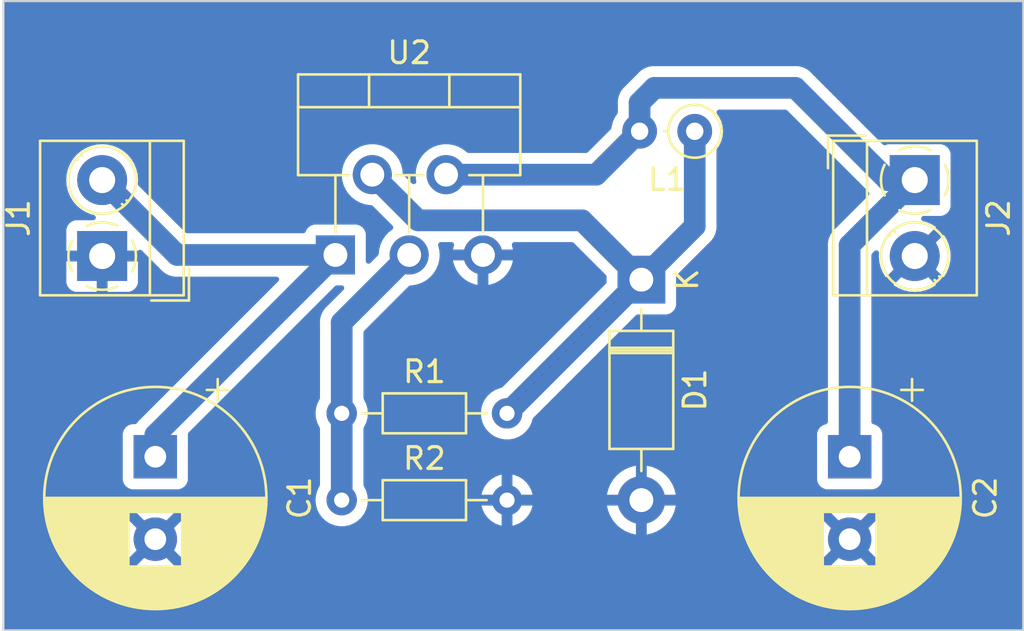
<source format=kicad_pcb>
(kicad_pcb (version 20221018) (generator pcbnew)
  (layers (0 "F.Cu" signal) (31 "B.Cu" signal) (34 "B.Paste" user) (35 "F.Paste" user) (36 "B.SilkS" user "B.Silkscreen") (37 "F.SilkS" user "F.Silkscreen") (38 "B.Mask" user) (39 "F.Mask" user) (44 "Edge.Cuts" user))
  (net 0 "")
  (net 1 "Net-(J1-Pin_2)")
  (net 2 "GND")
  (net 3 "Net-(J2-Pin_1)")
  (net 4 "Net-(D1-K)")
  (net 5 "Net-(U2-GND)")
  (footprint "Diode_THT:D_DO-41_SOD81_P10.16mm_Horizontal" (layer "F.Cu") (at 159.4 91.84 -90)
    (fp_text reference "D1" (at 5.08 -2.47 90) (layer "F.SilkS"))
    (fp_text value "1N5817")
    (fp_text user "K" (at 0 -2.1 90) (layer "F.SilkS"))
    (fp_line (start 1.34 0) (end 2.36 0) (stroke (width 0.12)) (layer "F.SilkS"))
    (fp_line (start 2.36 -1.47) (end 2.36 1.47) (stroke (width 0.12)) (layer "F.SilkS"))
    (fp_line (start 2.36 1.47) (end 7.8 1.47) (stroke (width 0.12)) (layer "F.SilkS"))
    (fp_line (start 3.14 -1.47) (end 3.14 1.47) (stroke (width 0.12)) (layer "F.SilkS"))
    (fp_line (start 3.26 -1.47) (end 3.26 1.47) (stroke (width 0.12)) (layer "F.SilkS"))
    (fp_line (start 3.38 -1.47) (end 3.38 1.47) (stroke (width 0.12)) (layer "F.SilkS"))
    (fp_line (start 7.8 -1.47) (end 2.36 -1.47) (stroke (width 0.12)) (layer "F.SilkS"))
    (fp_line (start 7.8 1.47) (end 7.8 -1.47) (stroke (width 0.12)) (layer "F.SilkS"))
    (fp_line (start 8.82 0) (end 7.8 0) (stroke (width 0.12)) (layer "F.SilkS"))
    (pad "1" thru_hole rect (at 0 0 270) (size 2.2 2.2) (drill 1.1) (layers "*.Cu" "*.Mask") (net 4 "Net-(D1-K)"))
    (pad "2" thru_hole oval (at 10.16 0 270) (size 2.2 2.2) (drill 1.1) (layers "*.Cu" "*.Mask") (net 2 "GND"))
  )
  (footprint "TerminalBlock_MetzConnect:TerminalBlock_MetzConnect_Type059_RT06302HBWC_1x02_P3.50mm_Horizontal" (layer "F.Cu") (at 134.55 90.75 90)
    (fp_text reference "J1" (at 1.75 -3.86 90) (layer "F.SilkS"))
    (fp_text value "Screw_Terminal_01x02")
    (fp_line (start -2.05 2.26) (end -2.05 4) (stroke (width 0.12)) (layer "F.SilkS"))
    (fp_line (start -2.05 4) (end -0.55 4) (stroke (width 0.12)) (layer "F.SilkS"))
    (fp_line (start -1.81 -2.86) (end -1.81 3.76) (stroke (width 0.12)) (layer "F.SilkS"))
    (fp_line (start -1.81 -2.86) (end 5.31 -2.86) (stroke (width 0.12)) (layer "F.SilkS"))
    (fp_line (start -1.81 2.2) (end 5.31 2.2) (stroke (width 0.12)) (layer "F.SilkS"))
    (fp_line (start -1.81 3.76) (end 5.31 3.76) (stroke (width 0.12)) (layer "F.SilkS"))
    (fp_line (start 2.397 0.914) (end 2.321 0.99) (stroke (width 0.12)) (layer "F.SilkS"))
    (fp_line (start 2.565 1.125) (end 2.511 1.18) (stroke (width 0.12)) (layer "F.SilkS"))
    (fp_line (start 4.49 -1.18) (end 4.436 -1.126) (stroke (width 0.12)) (layer "F.SilkS"))
    (fp_line (start 4.68 -0.99) (end 4.604 -0.914) (stroke (width 0.12)) (layer "F.SilkS"))
    (fp_line (start 5.31 -2.86) (end 5.31 3.76) (stroke (width 0.12)) (layer "F.SilkS"))
    (fp_arc (start -1.386645 0.705733) (mid -1.555906 -0.000711) (end -1.386 -0.707) (stroke (width 0.12)) (layer "F.SilkS"))
    (fp_arc (start -0.705733 -1.386645) (mid 0.000711 -1.555906) (end 0.707 -1.386) (stroke (width 0.12)) (layer "F.SilkS"))
    (fp_arc (start 0.026444 1.555682) (mid -0.350695 1.515869) (end -0.707 1.386) (stroke (width 0.12)) (layer "F.SilkS"))
    (fp_arc (start 0.705955 1.385515) (mid 0.363007 1.512035) (end 0 1.555) (stroke (width 0.12)) (layer "F.SilkS"))
    (fp_arc (start 1.386645 -0.705733) (mid 1.555906 0.000711) (end 1.386 0.707) (stroke (width 0.12)) (layer "F.SilkS"))
    (fp_circle (center 3.5 0) (end 5.055 0) (stroke (width 0.12)) (fill none) (layer "F.SilkS"))
    (pad "1" thru_hole rect (at 0 0 90) (size 2.3 2.3) (drill 1.2) (layers "*.Cu" "*.Mask") (net 2 "GND"))
    (pad "2" thru_hole circle (at 3.5 0 90) (size 2.3 2.3) (drill 1.2) (layers "*.Cu" "*.Mask") (net 1 "Net-(J1-Pin_2)"))
  )
  (footprint "Inductor_THT:L_Axial_L5.3mm_D2.2mm_P2.54mm_Vertical_Vishay_IM-1" (layer "F.Cu") (at 161.86 85 180)
    (fp_text reference "L1" (at 1.27 -2.22) (layer "F.SilkS"))
    (fp_text value "L")
    (fp_line (start 1.22 0) (end 1.44 0) (stroke (width 0.12)) (layer "F.SilkS"))
    (fp_circle (center 0 0) (end 1.22 0) (stroke (width 0.12)) (fill none) (layer "F.SilkS"))
    (pad "1" thru_hole circle (at 0 0 180) (size 1.6 1.6) (drill 0.8) (layers "*.Cu" "*.Mask") (net 4 "Net-(D1-K)"))
    (pad "2" thru_hole oval (at 2.54 0 180) (size 1.6 1.6) (drill 0.8) (layers "*.Cu" "*.Mask") (net 3 "Net-(J2-Pin_1)"))
  )
  (footprint "Resistor_THT:R_Axial_DIN0204_L3.6mm_D1.6mm_P7.62mm_Horizontal" (layer "F.Cu") (at 145.59 98)
    (fp_text reference "R1" (at 3.81 -1.92) (layer "F.SilkS"))
    (fp_text value "R")
    (fp_line (start 0.94 0) (end 1.89 0) (stroke (width 0.12)) (layer "F.SilkS"))
    (fp_line (start 1.89 -0.92) (end 1.89 0.92) (stroke (width 0.12)) (layer "F.SilkS"))
    (fp_line (start 1.89 0.92) (end 5.73 0.92) (stroke (width 0.12)) (layer "F.SilkS"))
    (fp_line (start 5.73 -0.92) (end 1.89 -0.92) (stroke (width 0.12)) (layer "F.SilkS"))
    (fp_line (start 5.73 0.92) (end 5.73 -0.92) (stroke (width 0.12)) (layer "F.SilkS"))
    (fp_line (start 6.68 0) (end 5.73 0) (stroke (width 0.12)) (layer "F.SilkS"))
    (pad "1" thru_hole circle (at 0 0) (size 1.4 1.4) (drill 0.7) (layers "*.Cu" "*.Mask") (net 5 "Net-(U2-GND)"))
    (pad "2" thru_hole oval (at 7.62 0) (size 1.4 1.4) (drill 0.7) (layers "*.Cu" "*.Mask") (net 4 "Net-(D1-K)"))
  )
  (footprint "Capacitor_THT:CP_Radial_D10.0mm_P3.80mm" (layer "F.Cu") (at 169 100 -90)
    (fp_text reference "C2" (at 1.9 -6.25 90) (layer "F.SilkS"))
    (fp_text value "C_Polarized")
    (fp_line (start -3.579646 -2.875) (end -2.579646 -2.875) (stroke (width 0.12)) (layer "F.SilkS"))
    (fp_line (start -3.079646 -3.375) (end -3.079646 -2.375) (stroke (width 0.12)) (layer "F.SilkS"))
    (fp_line (start 1.9 -5.08) (end 1.9 5.08) (stroke (width 0.12)) (layer "F.SilkS"))
    (fp_line (start 1.94 -5.08) (end 1.94 5.08) (stroke (width 0.12)) (layer "F.SilkS"))
    (fp_line (start 1.98 -5.08) (end 1.98 5.08) (stroke (width 0.12)) (layer "F.SilkS"))
    (fp_line (start 2.02 -5.079) (end 2.02 5.079) (stroke (width 0.12)) (layer "F.SilkS"))
    (fp_line (start 2.06 -5.078) (end 2.06 5.078) (stroke (width 0.12)) (layer "F.SilkS"))
    (fp_line (start 2.1 -5.077) (end 2.1 5.077) (stroke (width 0.12)) (layer "F.SilkS"))
    (fp_line (start 2.14 -5.075) (end 2.14 5.075) (stroke (width 0.12)) (layer "F.SilkS"))
    (fp_line (start 2.18 -5.073) (end 2.18 5.073) (stroke (width 0.12)) (layer "F.SilkS"))
    (fp_line (start 2.22 -5.07) (end 2.22 5.07) (stroke (width 0.12)) (layer "F.SilkS"))
    (fp_line (start 2.26 -5.068) (end 2.26 5.068) (stroke (width 0.12)) (layer "F.SilkS"))
    (fp_line (start 2.3 -5.065) (end 2.3 5.065) (stroke (width 0.12)) (layer "F.SilkS"))
    (fp_line (start 2.34 -5.062) (end 2.34 5.062) (stroke (width 0.12)) (layer "F.SilkS"))
    (fp_line (start 2.38 -5.058) (end 2.38 5.058) (stroke (width 0.12)) (layer "F.SilkS"))
    (fp_line (start 2.42 -5.054) (end 2.42 5.054) (stroke (width 0.12)) (layer "F.SilkS"))
    (fp_line (start 2.46 -5.05) (end 2.46 5.05) (stroke (width 0.12)) (layer "F.SilkS"))
    (fp_line (start 2.5 -5.045) (end 2.5 5.045) (stroke (width 0.12)) (layer "F.SilkS"))
    (fp_line (start 2.54 -5.04) (end 2.54 5.04) (stroke (width 0.12)) (layer "F.SilkS"))
    (fp_line (start 2.58 -5.035) (end 2.58 -1.241) (stroke (width 0.12)) (layer "F.SilkS"))
    (fp_line (start 2.58 1.241) (end 2.58 5.035) (stroke (width 0.12)) (layer "F.SilkS"))
    (fp_line (start 2.621 -5.03) (end 2.621 -1.241) (stroke (width 0.12)) (layer "F.SilkS"))
    (fp_line (start 2.621 1.241) (end 2.621 5.03) (stroke (width 0.12)) (layer "F.SilkS"))
    (fp_line (start 2.661 -5.024) (end 2.661 -1.241) (stroke (width 0.12)) (layer "F.SilkS"))
    (fp_line (start 2.661 1.241) (end 2.661 5.024) (stroke (width 0.12)) (layer "F.SilkS"))
    (fp_line (start 2.701 -5.018) (end 2.701 -1.241) (stroke (width 0.12)) (layer "F.SilkS"))
    (fp_line (start 2.701 1.241) (end 2.701 5.018) (stroke (width 0.12)) (layer "F.SilkS"))
    (fp_line (start 2.741 -5.011) (end 2.741 -1.241) (stroke (width 0.12)) (layer "F.SilkS"))
    (fp_line (start 2.741 1.241) (end 2.741 5.011) (stroke (width 0.12)) (layer "F.SilkS"))
    (fp_line (start 2.781 -5.004) (end 2.781 -1.241) (stroke (width 0.12)) (layer "F.SilkS"))
    (fp_line (start 2.781 1.241) (end 2.781 5.004) (stroke (width 0.12)) (layer "F.SilkS"))
    (fp_line (start 2.821 -4.997) (end 2.821 -1.241) (stroke (width 0.12)) (layer "F.SilkS"))
    (fp_line (start 2.821 1.241) (end 2.821 4.997) (stroke (width 0.12)) (layer "F.SilkS"))
    (fp_line (start 2.861 -4.99) (end 2.861 -1.241) (stroke (width 0.12)) (layer "F.SilkS"))
    (fp_line (start 2.861 1.241) (end 2.861 4.99) (stroke (width 0.12)) (layer "F.SilkS"))
    (fp_line (start 2.901 -4.982) (end 2.901 -1.241) (stroke (width 0.12)) (layer "F.SilkS"))
    (fp_line (start 2.901 1.241) (end 2.901 4.982) (stroke (width 0.12)) (layer "F.SilkS"))
    (fp_line (start 2.941 -4.974) (end 2.941 -1.241) (stroke (width 0.12)) (layer "F.SilkS"))
    (fp_line (start 2.941 1.241) (end 2.941 4.974) (stroke (width 0.12)) (layer "F.SilkS"))
    (fp_line (start 2.981 -4.965) (end 2.981 -1.241) (stroke (width 0.12)) (layer "F.SilkS"))
    (fp_line (start 2.981 1.241) (end 2.981 4.965) (stroke (width 0.12)) (layer "F.SilkS"))
    (fp_line (start 3.021 -4.956) (end 3.021 -1.241) (stroke (width 0.12)) (layer "F.SilkS"))
    (fp_line (start 3.021 1.241) (end 3.021 4.956) (stroke (width 0.12)) (layer "F.SilkS"))
    (fp_line (start 3.061 -4.947) (end 3.061 -1.241) (stroke (width 0.12)) (layer "F.SilkS"))
    (fp_line (start 3.061 1.241) (end 3.061 4.947) (stroke (width 0.12)) (layer "F.SilkS"))
    (fp_line (start 3.101 -4.938) (end 3.101 -1.241) (stroke (width 0.12)) (layer "F.SilkS"))
    (fp_line (start 3.101 1.241) (end 3.101 4.938) (stroke (width 0.12)) (layer "F.SilkS"))
    (fp_line (start 3.141 -4.928) (end 3.141 -1.241) (stroke (width 0.12)) (layer "F.SilkS"))
    (fp_line (start 3.141 1.241) (end 3.141 4.928) (stroke (width 0.12)) (layer "F.SilkS"))
    (fp_line (start 3.181 -4.918) (end 3.181 -1.241) (stroke (width 0.12)) (layer "F.SilkS"))
    (fp_line (start 3.181 1.241) (end 3.181 4.918) (stroke (width 0.12)) (layer "F.SilkS"))
    (fp_line (start 3.221 -4.907) (end 3.221 -1.241) (stroke (width 0.12)) (layer "F.SilkS"))
    (fp_line (start 3.221 1.241) (end 3.221 4.907) (stroke (width 0.12)) (layer "F.SilkS"))
    (fp_line (start 3.261 -4.897) (end 3.261 -1.241) (stroke (width 0.12)) (layer "F.SilkS"))
    (fp_line (start 3.261 1.241) (end 3.261 4.897) (stroke (width 0.12)) (layer "F.SilkS"))
    (fp_line (start 3.301 -4.885) (end 3.301 -1.241) (stroke (width 0.12)) (layer "F.SilkS"))
    (fp_line (start 3.301 1.241) (end 3.301 4.885) (stroke (width 0.12)) (layer "F.SilkS"))
    (fp_line (start 3.341 -4.874) (end 3.341 -1.241) (stroke (width 0.12)) (layer "F.SilkS"))
    (fp_line (start 3.341 1.241) (end 3.341 4.874) (stroke (width 0.12)) (layer "F.SilkS"))
    (fp_line (start 3.381 -4.862) (end 3.381 -1.241) (stroke (width 0.12)) (layer "F.SilkS"))
    (fp_line (start 3.381 1.241) (end 3.381 4.862) (stroke (width 0.12)) (layer "F.SilkS"))
    (fp_line (start 3.421 -4.85) (end 3.421 -1.241) (stroke (width 0.12)) (layer "F.SilkS"))
    (fp_line (start 3.421 1.241) (end 3.421 4.85) (stroke (width 0.12)) (layer "F.SilkS"))
    (fp_line (start 3.461 -4.837) (end 3.461 -1.241) (stroke (width 0.12)) (layer "F.SilkS"))
    (fp_line (start 3.461 1.241) (end 3.461 4.837) (stroke (width 0.12)) (layer "F.SilkS"))
    (fp_line (start 3.501 -4.824) (end 3.501 -1.241) (stroke (width 0.12)) (layer "F.SilkS"))
    (fp_line (start 3.501 1.241) (end 3.501 4.824) (stroke (width 0.12)) (layer "F.SilkS"))
    (fp_line (start 3.541 -4.811) (end 3.541 -1.241) (stroke (width 0.12)) (layer "F.SilkS"))
    (fp_line (start 3.541 1.241) (end 3.541 4.811) (stroke (width 0.12)) (layer "F.SilkS"))
    (fp_line (start 3.581 -4.797) (end 3.581 -1.241) (stroke (width 0.12)) (layer "F.SilkS"))
    (fp_line (start 3.581 1.241) (end 3.581 4.797) (stroke (width 0.12)) (layer "F.SilkS"))
    (fp_line (start 3.621 -4.783) (end 3.621 -1.241) (stroke (width 0.12)) (layer "F.SilkS"))
    (fp_line (start 3.621 1.241) (end 3.621 4.783) (stroke (width 0.12)) (layer "F.SilkS"))
    (fp_line (start 3.661 -4.768) (end 3.661 -1.241) (stroke (width 0.12)) (layer "F.SilkS"))
    (fp_line (start 3.661 1.241) (end 3.661 4.768) (stroke (width 0.12)) (layer "F.SilkS"))
    (fp_line (start 3.701 -4.754) (end 3.701 -1.241) (stroke (width 0.12)) (layer "F.SilkS"))
    (fp_line (start 3.701 1.241) (end 3.701 4.754) (stroke (width 0.12)) (layer "F.SilkS"))
    (fp_line (start 3.741 -4.738) (end 3.741 -1.241) (stroke (width 0.12)) (layer "F.SilkS"))
    (fp_line (start 3.741 1.241) (end 3.741 4.738) (stroke (width 0.12)) (layer "F.SilkS"))
    (fp_line (start 3.781 -4.723) (end 3.781 -1.241) (stroke (width 0.12)) (layer "F.SilkS"))
    (fp_line (start 3.781 1.241) (end 3.781 4.723) (stroke (width 0.12)) (layer "F.SilkS"))
    (fp_line (start 3.821 -4.707) (end 3.821 -1.241) (stroke (width 0.12)) (layer "F.SilkS"))
    (fp_line (start 3.821 1.241) (end 3.821 4.707) (stroke (width 0.12)) (layer "F.SilkS"))
    (fp_line (start 3.861 -4.69) (end 3.861 -1.241) (stroke (width 0.12)) (layer "F.SilkS"))
    (fp_line (start 3.861 1.241) (end 3.861 4.69) (stroke (width 0.12)) (layer "F.SilkS"))
    (fp_line (start 3.901 -4.674) (end 3.901 -1.241) (stroke (width 0.12)) (layer "F.SilkS"))
    (fp_line (start 3.901 1.241) (end 3.901 4.674) (stroke (width 0.12)) (layer "F.SilkS"))
    (fp_line (start 3.941 -4.657) (end 3.941 -1.241) (stroke (width 0.12)) (layer "F.SilkS"))
    (fp_line (start 3.941 1.241) (end 3.941 4.657) (stroke (width 0.12)) (layer "F.SilkS"))
    (fp_line (start 3.981 -4.639) (end 3.981 -1.241) (stroke (width 0.12)) (layer "F.SilkS"))
    (fp_line (start 3.981 1.241) (end 3.981 4.639) (stroke (width 0.12)) (layer "F.SilkS"))
    (fp_line (start 4.021 -4.621) (end 4.021 -1.241) (stroke (width 0.12)) (layer "F.SilkS"))
    (fp_line (start 4.021 1.241) (end 4.021 4.621) (stroke (width 0.12)) (layer "F.SilkS"))
    (fp_line (start 4.061 -4.603) (end 4.061 -1.241) (stroke (width 0.12)) (layer "F.SilkS"))
    (fp_line (start 4.061 1.241) (end 4.061 4.603) (stroke (width 0.12)) (layer "F.SilkS"))
    (fp_line (start 4.101 -4.584) (end 4.101 -1.241) (stroke (width 0.12)) (layer "F.SilkS"))
    (fp_line (start 4.101 1.241) (end 4.101 4.584) (stroke (width 0.12)) (layer "F.SilkS"))
    (fp_line (start 4.141 -4.564) (end 4.141 -1.241) (stroke (width 0.12)) (layer "F.SilkS"))
    (fp_line (start 4.141 1.241) (end 4.141 4.564) (stroke (width 0.12)) (layer "F.SilkS"))
    (fp_line (start 4.181 -4.545) (end 4.181 -1.241) (stroke (width 0.12)) (layer "F.SilkS"))
    (fp_line (start 4.181 1.241) (end 4.181 4.545) (stroke (width 0.12)) (layer "F.SilkS"))
    (fp_line (start 4.221 -4.525) (end 4.221 -1.241) (stroke (width 0.12)) (layer "F.SilkS"))
    (fp_line (start 4.221 1.241) (end 4.221 4.525) (stroke (width 0.12)) (layer "F.SilkS"))
    (fp_line (start 4.261 -4.504) (end 4.261 -1.241) (stroke (width 0.12)) (layer "F.SilkS"))
    (fp_line (start 4.261 1.241) (end 4.261 4.504) (stroke (width 0.12)) (layer "F.SilkS"))
    (fp_line (start 4.301 -4.483) (end 4.301 -1.241) (stroke (width 0.12)) (layer "F.SilkS"))
    (fp_line (start 4.301 1.241) (end 4.301 4.483) (stroke (width 0.12)) (layer "F.SilkS"))
    (fp_line (start 4.341 -4.462) (end 4.341 -1.241) (stroke (width 0.12)) (layer "F.SilkS"))
    (fp_line (start 4.341 1.241) (end 4.341 4.462) (stroke (width 0.12)) (layer "F.SilkS"))
    (fp_line (start 4.381 -4.44) (end 4.381 -1.241) (stroke (width 0.12)) (layer "F.SilkS"))
    (fp_line (start 4.381 1.241) (end 4.381 4.44) (stroke (width 0.12)) (layer "F.SilkS"))
    (fp_line (start 4.421 -4.417) (end 4.421 -1.241) (stroke (width 0.12)) (layer "F.SilkS"))
    (fp_line (start 4.421 1.241) (end 4.421 4.417) (stroke (width 0.12)) (layer "F.SilkS"))
    (fp_line (start 4.461 -4.395) (end 4.461 -1.241) (stroke (width 0.12)) (layer "F.SilkS"))
    (fp_line (start 4.461 1.241) (end 4.461 4.395) (stroke (width 0.12)) (layer "F.SilkS"))
    (fp_line (start 4.501 -4.371) (end 4.501 -1.241) (stroke (width 0.12)) (layer "F.SilkS"))
    (fp_line (start 4.501 1.241) (end 4.501 4.371) (stroke (width 0.12)) (layer "F.SilkS"))
    (fp_line (start 4.541 -4.347) (end 4.541 -1.241) (stroke (width 0.12)) (layer "F.SilkS"))
    (fp_line (start 4.541 1.241) (end 4.541 4.347) (stroke (width 0.12)) (layer "F.SilkS"))
    (fp_line (start 4.581 -4.323) (end 4.581 -1.241) (stroke (width 0.12)) (layer "F.SilkS"))
    (fp_line (start 4.581 1.241) (end 4.581 4.323) (stroke (width 0.12)) (layer "F.SilkS"))
    (fp_line (start 4.621 -4.298) (end 4.621 -1.241) (stroke (width 0.12)) (layer "F.SilkS"))
    (fp_line (start 4.621 1.241) (end 4.621 4.298) (stroke (width 0.12)) (layer "F.SilkS"))
    (fp_line (start 4.661 -4.273) (end 4.661 -1.241) (stroke (width 0.12)) (layer "F.SilkS"))
    (fp_line (start 4.661 1.241) (end 4.661 4.273) (stroke (width 0.12)) (layer "F.SilkS"))
    (fp_line (start 4.701 -4.247) (end 4.701 -1.241) (stroke (width 0.12)) (layer "F.SilkS"))
    (fp_line (start 4.701 1.241) (end 4.701 4.247) (stroke (width 0.12)) (layer "F.SilkS"))
    (fp_line (start 4.741 -4.221) (end 4.741 -1.241) (stroke (width 0.12)) (layer "F.SilkS"))
    (fp_line (start 4.741 1.241) (end 4.741 4.221) (stroke (width 0.12)) (layer "F.SilkS"))
    (fp_line (start 4.781 -4.194) (end 4.781 -1.241) (stroke (width 0.12)) (layer "F.SilkS"))
    (fp_line (start 4.781 1.241) (end 4.781 4.194) (stroke (width 0.12)) (layer "F.SilkS"))
    (fp_line (start 4.821 -4.166) (end 4.821 -1.241) (stroke (width 0.12)) (layer "F.SilkS"))
    (fp_line (start 4.821 1.241) (end 4.821 4.166) (stroke (width 0.12)) (layer "F.SilkS"))
    (fp_line (start 4.861 -4.138) (end 4.861 -1.241) (stroke (width 0.12)) (layer "F.SilkS"))
    (fp_line (start 4.861 1.241) (end 4.861 4.138) (stroke (width 0.12)) (layer "F.SilkS"))
    (fp_line (start 4.901 -4.11) (end 4.901 -1.241) (stroke (width 0.12)) (layer "F.SilkS"))
    (fp_line (start 4.901 1.241) (end 4.901 4.11) (stroke (width 0.12)) (layer "F.SilkS"))
    (fp_line (start 4.941 -4.08) (end 4.941 -1.241) (stroke (width 0.12)) (layer "F.SilkS"))
    (fp_line (start 4.941 1.241) (end 4.941 4.08) (stroke (width 0.12)) (layer "F.SilkS"))
    (fp_line (start 4.981 -4.05) (end 4.981 -1.241) (stroke (width 0.12)) (layer "F.SilkS"))
    (fp_line (start 4.981 1.241) (end 4.981 4.05) (stroke (width 0.12)) (layer "F.SilkS"))
    (fp_line (start 5.021 -4.02) (end 5.021 -1.241) (stroke (width 0.12)) (layer "F.SilkS"))
    (fp_line (start 5.021 1.241) (end 5.021 4.02) (stroke (width 0.12)) (layer "F.SilkS"))
    (fp_line (start 5.061 -3.989) (end 5.061 3.989) (stroke (width 0.12)) (layer "F.SilkS"))
    (fp_line (start 5.101 -3.957) (end 5.101 3.957) (stroke (width 0.12)) (layer "F.SilkS"))
    (fp_line (start 5.141 -3.925) (end 5.141 3.925) (stroke (width 0.12)) (layer "F.SilkS"))
    (fp_line (start 5.181 -3.892) (end 5.181 3.892) (stroke (width 0.12)) (layer "F.SilkS"))
    (fp_line (start 5.221 -3.858) (end 5.221 3.858) (stroke (width 0.12)) (layer "F.SilkS"))
    (fp_line (start 5.261 -3.824) (end 5.261 3.824) (stroke (width 0.12)) (layer "F.SilkS"))
    (fp_line (start 5.301 -3.789) (end 5.301 3.789) (stroke (width 0.12)) (layer "F.SilkS"))
    (fp_line (start 5.341 -3.753) (end 5.341 3.753) (stroke (width 0.12)) (layer "F.SilkS"))
    (fp_line (start 5.381 -3.716) (end 5.381 3.716) (stroke (width 0.12)) (layer "F.SilkS"))
    (fp_line (start 5.421 -3.679) (end 5.421 3.679) (stroke (width 0.12)) (layer "F.SilkS"))
    (fp_line (start 5.461 -3.64) (end 5.461 3.64) (stroke (width 0.12)) (layer "F.SilkS"))
    (fp_line (start 5.501 -3.601) (end 5.501 3.601) (stroke (width 0.12)) (layer "F.SilkS"))
    (fp_line (start 5.541 -3.561) (end 5.541 3.561) (stroke (width 0.12)) (layer "F.SilkS"))
    (fp_line (start 5.581 -3.52) (end 5.581 3.52) (stroke (width 0.12)) (layer "F.SilkS"))
    (fp_line (start 5.621 -3.478) (end 5.621 3.478) (stroke (width 0.12)) (layer "F.SilkS"))
    (fp_line (start 5.661 -3.436) (end 5.661 3.436) (stroke (width 0.12)) (layer "F.SilkS"))
    (fp_line (start 5.701 -3.392) (end 5.701 3.392) (stroke (width 0.12)) (layer "F.SilkS"))
    (fp_line (start 5.741 -3.347) (end 5.741 3.347) (stroke (width 0.12)) (layer "F.SilkS"))
    (fp_line (start 5.781 -3.301) (end 5.781 3.301) (stroke (width 0.12)) (layer "F.SilkS"))
    (fp_line (start 5.821 -3.254) (end 5.821 3.254) (stroke (width 0.12)) (layer "F.SilkS"))
    (fp_line (start 5.861 -3.206) (end 5.861 3.206) (stroke (width 0.12)) (layer "F.SilkS"))
    (fp_line (start 5.901 -3.156) (end 5.901 3.156) (stroke (width 0.12)) (layer "F.SilkS"))
    (fp_line (start 5.941 -3.106) (end 5.941 3.106) (stroke (width 0.12)) (layer "F.SilkS"))
    (fp_line (start 5.981 -3.054) (end 5.981 3.054) (stroke (width 0.12)) (layer "F.SilkS"))
    (fp_line (start 6.021 -3) (end 6.021 3) (stroke (width 0.12)) (layer "F.SilkS"))
    (fp_line (start 6.061 -2.945) (end 6.061 2.945) (stroke (width 0.12)) (layer "F.SilkS"))
    (fp_line (start 6.101 -2.889) (end 6.101 2.889) (stroke (width 0.12)) (layer "F.SilkS"))
    (fp_line (start 6.141 -2.83) (end 6.141 2.83) (stroke (width 0.12)) (layer "F.SilkS"))
    (fp_line (start 6.181 -2.77) (end 6.181 2.77) (stroke (width 0.12)) (layer "F.SilkS"))
    (fp_line (start 6.221 -2.709) (end 6.221 2.709) (stroke (width 0.12)) (layer "F.SilkS"))
    (fp_line (start 6.261 -2.645) (end 6.261 2.645) (stroke (width 0.12)) (layer "F.SilkS"))
    (fp_line (start 6.301 -2.579) (end 6.301 2.579) (stroke (width 0.12)) (layer "F.SilkS"))
    (fp_line (start 6.341 -2.51) (end 6.341 2.51) (stroke (width 0.12)) (layer "F.SilkS"))
    (fp_line (start 6.381 -2.439) (end 6.381 2.439) (stroke (width 0.12)) (layer "F.SilkS"))
    (fp_line (start 6.421 -2.365) (end 6.421 2.365) (stroke (width 0.12)) (layer "F.SilkS"))
    (fp_line (start 6.461 -2.289) (end 6.461 2.289) (stroke (width 0.12)) (layer "F.SilkS"))
    (fp_line (start 6.501 -2.209) (end 6.501 2.209) (stroke (width 0.12)) (layer "F.SilkS"))
    (fp_line (start 6.541 -2.125) (end 6.541 2.125) (stroke (width 0.12)) (layer "F.SilkS"))
    (fp_line (start 6.581 -2.037) (end 6.581 2.037) (stroke (width 0.12)) (layer "F.SilkS"))
    (fp_line (start 6.621 -1.944) (end 6.621 1.944) (stroke (width 0.12)) (layer "F.SilkS"))
    (fp_line (start 6.661 -1.846) (end 6.661 1.846) (stroke (width 0.12)) (layer "F.SilkS"))
    (fp_line (start 6.701 -1.742) (end 6.701 1.742) (stroke (width 0.12)) (layer "F.SilkS"))
    (fp_line (start 6.741 -1.63) (end 6.741 1.63) (stroke (width 0.12)) (layer "F.SilkS"))
    (fp_line (start 6.781 -1.51) (end 6.781 1.51) (stroke (width 0.12)) (layer "F.SilkS"))
    (fp_line (start 6.821 -1.378) (end 6.821 1.378) (stroke (width 0.12)) (layer "F.SilkS"))
    (fp_line (start 6.861 -1.23) (end 6.861 1.23) (stroke (width 0.12)) (layer "F.SilkS"))
    (fp_line (start 6.901 -1.062) (end 6.901 1.062) (stroke (width 0.12)) (layer "F.SilkS"))
    (fp_line (start 6.941 -0.862) (end 6.941 0.862) (stroke (width 0.12)) (layer "F.SilkS"))
    (fp_line (start 6.981 -0.599) (end 6.981 0.599) (stroke (width 0.12)) (layer "F.SilkS"))
    (fp_circle (center 1.9 0) (end 7.02 0) (stroke (width 0.12)) (fill none) (layer "F.SilkS"))
    (pad "1" thru_hole rect (at 0 0 270) (size 2 2) (drill 1) (layers "*.Cu" "*.Mask") (net 3 "Net-(J2-Pin_1)"))
    (pad "2" thru_hole circle (at 3.8 0 270) (size 2 2) (drill 1) (layers "*.Cu" "*.Mask") (net 2 "GND"))
  )
  (footprint "Capacitor_THT:CP_Radial_D10.0mm_P3.80mm" (layer "F.Cu") (at 137 100 -90)
    (fp_text reference "C1" (at 1.9 -6.65 90) (layer "F.SilkS"))
    (fp_text value "C_Polarized")
    (fp_line (start -3.579646 -2.875) (end -2.579646 -2.875) (stroke (width 0.12)) (layer "F.SilkS"))
    (fp_line (start -3.079646 -3.375) (end -3.079646 -2.375) (stroke (width 0.12)) (layer "F.SilkS"))
    (fp_line (start 1.9 -5.08) (end 1.9 5.08) (stroke (width 0.12)) (layer "F.SilkS"))
    (fp_line (start 1.94 -5.08) (end 1.94 5.08) (stroke (width 0.12)) (layer "F.SilkS"))
    (fp_line (start 1.98 -5.08) (end 1.98 5.08) (stroke (width 0.12)) (layer "F.SilkS"))
    (fp_line (start 2.02 -5.079) (end 2.02 5.079) (stroke (width 0.12)) (layer "F.SilkS"))
    (fp_line (start 2.06 -5.078) (end 2.06 5.078) (stroke (width 0.12)) (layer "F.SilkS"))
    (fp_line (start 2.1 -5.077) (end 2.1 5.077) (stroke (width 0.12)) (layer "F.SilkS"))
    (fp_line (start 2.14 -5.075) (end 2.14 5.075) (stroke (width 0.12)) (layer "F.SilkS"))
    (fp_line (start 2.18 -5.073) (end 2.18 5.073) (stroke (width 0.12)) (layer "F.SilkS"))
    (fp_line (start 2.22 -5.07) (end 2.22 5.07) (stroke (width 0.12)) (layer "F.SilkS"))
    (fp_line (start 2.26 -5.068) (end 2.26 5.068) (stroke (width 0.12)) (layer "F.SilkS"))
    (fp_line (start 2.3 -5.065) (end 2.3 5.065) (stroke (width 0.12)) (layer "F.SilkS"))
    (fp_line (start 2.34 -5.062) (end 2.34 5.062) (stroke (width 0.12)) (layer "F.SilkS"))
    (fp_line (start 2.38 -5.058) (end 2.38 5.058) (stroke (width 0.12)) (layer "F.SilkS"))
    (fp_line (start 2.42 -5.054) (end 2.42 5.054) (stroke (width 0.12)) (layer "F.SilkS"))
    (fp_line (start 2.46 -5.05) (end 2.46 5.05) (stroke (width 0.12)) (layer "F.SilkS"))
    (fp_line (start 2.5 -5.045) (end 2.5 5.045) (stroke (width 0.12)) (layer "F.SilkS"))
    (fp_line (start 2.54 -5.04) (end 2.54 5.04) (stroke (width 0.12)) (layer "F.SilkS"))
    (fp_line (start 2.58 -5.035) (end 2.58 -1.241) (stroke (width 0.12)) (layer "F.SilkS"))
    (fp_line (start 2.58 1.241) (end 2.58 5.035) (stroke (width 0.12)) (layer "F.SilkS"))
    (fp_line (start 2.621 -5.03) (end 2.621 -1.241) (stroke (width 0.12)) (layer "F.SilkS"))
    (fp_line (start 2.621 1.241) (end 2.621 5.03) (stroke (width 0.12)) (layer "F.SilkS"))
    (fp_line (start 2.661 -5.024) (end 2.661 -1.241) (stroke (width 0.12)) (layer "F.SilkS"))
    (fp_line (start 2.661 1.241) (end 2.661 5.024) (stroke (width 0.12)) (layer "F.SilkS"))
    (fp_line (start 2.701 -5.018) (end 2.701 -1.241) (stroke (width 0.12)) (layer "F.SilkS"))
    (fp_line (start 2.701 1.241) (end 2.701 5.018) (stroke (width 0.12)) (layer "F.SilkS"))
    (fp_line (start 2.741 -5.011) (end 2.741 -1.241) (stroke (width 0.12)) (layer "F.SilkS"))
    (fp_line (start 2.741 1.241) (end 2.741 5.011) (stroke (width 0.12)) (layer "F.SilkS"))
    (fp_line (start 2.781 -5.004) (end 2.781 -1.241) (stroke (width 0.12)) (layer "F.SilkS"))
    (fp_line (start 2.781 1.241) (end 2.781 5.004) (stroke (width 0.12)) (layer "F.SilkS"))
    (fp_line (start 2.821 -4.997) (end 2.821 -1.241) (stroke (width 0.12)) (layer "F.SilkS"))
    (fp_line (start 2.821 1.241) (end 2.821 4.997) (stroke (width 0.12)) (layer "F.SilkS"))
    (fp_line (start 2.861 -4.99) (end 2.861 -1.241) (stroke (width 0.12)) (layer "F.SilkS"))
    (fp_line (start 2.861 1.241) (end 2.861 4.99) (stroke (width 0.12)) (layer "F.SilkS"))
    (fp_line (start 2.901 -4.982) (end 2.901 -1.241) (stroke (width 0.12)) (layer "F.SilkS"))
    (fp_line (start 2.901 1.241) (end 2.901 4.982) (stroke (width 0.12)) (layer "F.SilkS"))
    (fp_line (start 2.941 -4.974) (end 2.941 -1.241) (stroke (width 0.12)) (layer "F.SilkS"))
    (fp_line (start 2.941 1.241) (end 2.941 4.974) (stroke (width 0.12)) (layer "F.SilkS"))
    (fp_line (start 2.981 -4.965) (end 2.981 -1.241) (stroke (width 0.12)) (layer "F.SilkS"))
    (fp_line (start 2.981 1.241) (end 2.981 4.965) (stroke (width 0.12)) (layer "F.SilkS"))
    (fp_line (start 3.021 -4.956) (end 3.021 -1.241) (stroke (width 0.12)) (layer "F.SilkS"))
    (fp_line (start 3.021 1.241) (end 3.021 4.956) (stroke (width 0.12)) (layer "F.SilkS"))
    (fp_line (start 3.061 -4.947) (end 3.061 -1.241) (stroke (width 0.12)) (layer "F.SilkS"))
    (fp_line (start 3.061 1.241) (end 3.061 4.947) (stroke (width 0.12)) (layer "F.SilkS"))
    (fp_line (start 3.101 -4.938) (end 3.101 -1.241) (stroke (width 0.12)) (layer "F.SilkS"))
    (fp_line (start 3.101 1.241) (end 3.101 4.938) (stroke (width 0.12)) (layer "F.SilkS"))
    (fp_line (start 3.141 -4.928) (end 3.141 -1.241) (stroke (width 0.12)) (layer "F.SilkS"))
    (fp_line (start 3.141 1.241) (end 3.141 4.928) (stroke (width 0.12)) (layer "F.SilkS"))
    (fp_line (start 3.181 -4.918) (end 3.181 -1.241) (stroke (width 0.12)) (layer "F.SilkS"))
    (fp_line (start 3.181 1.241) (end 3.181 4.918) (stroke (width 0.12)) (layer "F.SilkS"))
    (fp_line (start 3.221 -4.907) (end 3.221 -1.241) (stroke (width 0.12)) (layer "F.SilkS"))
    (fp_line (start 3.221 1.241) (end 3.221 4.907) (stroke (width 0.12)) (layer "F.SilkS"))
    (fp_line (start 3.261 -4.897) (end 3.261 -1.241) (stroke (width 0.12)) (layer "F.SilkS"))
    (fp_line (start 3.261 1.241) (end 3.261 4.897) (stroke (width 0.12)) (layer "F.SilkS"))
    (fp_line (start 3.301 -4.885) (end 3.301 -1.241) (stroke (width 0.12)) (layer "F.SilkS"))
    (fp_line (start 3.301 1.241) (end 3.301 4.885) (stroke (width 0.12)) (layer "F.SilkS"))
    (fp_line (start 3.341 -4.874) (end 3.341 -1.241) (stroke (width 0.12)) (layer "F.SilkS"))
    (fp_line (start 3.341 1.241) (end 3.341 4.874) (stroke (width 0.12)) (layer "F.SilkS"))
    (fp_line (start 3.381 -4.862) (end 3.381 -1.241) (stroke (width 0.12)) (layer "F.SilkS"))
    (fp_line (start 3.381 1.241) (end 3.381 4.862) (stroke (width 0.12)) (layer "F.SilkS"))
    (fp_line (start 3.421 -4.85) (end 3.421 -1.241) (stroke (width 0.12)) (layer "F.SilkS"))
    (fp_line (start 3.421 1.241) (end 3.421 4.85) (stroke (width 0.12)) (layer "F.SilkS"))
    (fp_line (start 3.461 -4.837) (end 3.461 -1.241) (stroke (width 0.12)) (layer "F.SilkS"))
    (fp_line (start 3.461 1.241) (end 3.461 4.837) (stroke (width 0.12)) (layer "F.SilkS"))
    (fp_line (start 3.501 -4.824) (end 3.501 -1.241) (stroke (width 0.12)) (layer "F.SilkS"))
    (fp_line (start 3.501 1.241) (end 3.501 4.824) (stroke (width 0.12)) (layer "F.SilkS"))
    (fp_line (start 3.541 -4.811) (end 3.541 -1.241) (stroke (width 0.12)) (layer "F.SilkS"))
    (fp_line (start 3.541 1.241) (end 3.541 4.811) (stroke (width 0.12)) (layer "F.SilkS"))
    (fp_line (start 3.581 -4.797) (end 3.581 -1.241) (stroke (width 0.12)) (layer "F.SilkS"))
    (fp_line (start 3.581 1.241) (end 3.581 4.797) (stroke (width 0.12)) (layer "F.SilkS"))
    (fp_line (start 3.621 -4.783) (end 3.621 -1.241) (stroke (width 0.12)) (layer "F.SilkS"))
    (fp_line (start 3.621 1.241) (end 3.621 4.783) (stroke (width 0.12)) (layer "F.SilkS"))
    (fp_line (start 3.661 -4.768) (end 3.661 -1.241) (stroke (width 0.12)) (layer "F.SilkS"))
    (fp_line (start 3.661 1.241) (end 3.661 4.768) (stroke (width 0.12)) (layer "F.SilkS"))
    (fp_line (start 3.701 -4.754) (end 3.701 -1.241) (stroke (width 0.12)) (layer "F.SilkS"))
    (fp_line (start 3.701 1.241) (end 3.701 4.754) (stroke (width 0.12)) (layer "F.SilkS"))
    (fp_line (start 3.741 -4.738) (end 3.741 -1.241) (stroke (width 0.12)) (layer "F.SilkS"))
    (fp_line (start 3.741 1.241) (end 3.741 4.738) (stroke (width 0.12)) (layer "F.SilkS"))
    (fp_line (start 3.781 -4.723) (end 3.781 -1.241) (stroke (width 0.12)) (layer "F.SilkS"))
    (fp_line (start 3.781 1.241) (end 3.781 4.723) (stroke (width 0.12)) (layer "F.SilkS"))
    (fp_line (start 3.821 -4.707) (end 3.821 -1.241) (stroke (width 0.12)) (layer "F.SilkS"))
    (fp_line (start 3.821 1.241) (end 3.821 4.707) (stroke (width 0.12)) (layer "F.SilkS"))
    (fp_line (start 3.861 -4.69) (end 3.861 -1.241) (stroke (width 0.12)) (layer "F.SilkS"))
    (fp_line (start 3.861 1.241) (end 3.861 4.69) (stroke (width 0.12)) (layer "F.SilkS"))
    (fp_line (start 3.901 -4.674) (end 3.901 -1.241) (stroke (width 0.12)) (layer "F.SilkS"))
    (fp_line (start 3.901 1.241) (end 3.901 4.674) (stroke (width 0.12)) (layer "F.SilkS"))
    (fp_line (start 3.941 -4.657) (end 3.941 -1.241) (stroke (width 0.12)) (layer "F.SilkS"))
    (fp_line (start 3.941 1.241) (end 3.941 4.657) (stroke (width 0.12)) (layer "F.SilkS"))
    (fp_line (start 3.981 -4.639) (end 3.981 -1.241) (stroke (width 0.12)) (layer "F.SilkS"))
    (fp_line (start 3.981 1.241) (end 3.981 4.639) (stroke (width 0.12)) (layer "F.SilkS"))
    (fp_line (start 4.021 -4.621) (end 4.021 -1.241) (stroke (width 0.12)) (layer "F.SilkS"))
    (fp_line (start 4.021 1.241) (end 4.021 4.621) (stroke (width 0.12)) (layer "F.SilkS"))
    (fp_line (start 4.061 -4.603) (end 4.061 -1.241) (stroke (width 0.12)) (layer "F.SilkS"))
    (fp_line (start 4.061 1.241) (end 4.061 4.603) (stroke (width 0.12)) (layer "F.SilkS"))
    (fp_line (start 4.101 -4.584) (end 4.101 -1.241) (stroke (width 0.12)) (layer "F.SilkS"))
    (fp_line (start 4.101 1.241) (end 4.101 4.584) (stroke (width 0.12)) (layer "F.SilkS"))
    (fp_line (start 4.141 -4.564) (end 4.141 -1.241) (stroke (width 0.12)) (layer "F.SilkS"))
    (fp_line (start 4.141 1.241) (end 4.141 4.564) (stroke (width 0.12)) (layer "F.SilkS"))
    (fp_line (start 4.181 -4.545) (end 4.181 -1.241) (stroke (width 0.12)) (layer "F.SilkS"))
    (fp_line (start 4.181 1.241) (end 4.181 4.545) (stroke (width 0.12)) (layer "F.SilkS"))
    (fp_line (start 4.221 -4.525) (end 4.221 -1.241) (stroke (width 0.12)) (layer "F.SilkS"))
    (fp_line (start 4.221 1.241) (end 4.221 4.525) (stroke (width 0.12)) (layer "F.SilkS"))
    (fp_line (start 4.261 -4.504) (end 4.261 -1.241) (stroke (width 0.12)) (layer "F.SilkS"))
    (fp_line (start 4.261 1.241) (end 4.261 4.504) (stroke (width 0.12)) (layer "F.SilkS"))
    (fp_line (start 4.301 -4.483) (end 4.301 -1.241) (stroke (width 0.12)) (layer "F.SilkS"))
    (fp_line (start 4.301 1.241) (end 4.301 4.483) (stroke (width 0.12)) (layer "F.SilkS"))
    (fp_line (start 4.341 -4.462) (end 4.341 -1.241) (stroke (width 0.12)) (layer "F.SilkS"))
    (fp_line (start 4.341 1.241) (end 4.341 4.462) (stroke (width 0.12)) (layer "F.SilkS"))
    (fp_line (start 4.381 -4.44) (end 4.381 -1.241) (stroke (width 0.12)) (layer "F.SilkS"))
    (fp_line (start 4.381 1.241) (end 4.381 4.44) (stroke (width 0.12)) (layer "F.SilkS"))
    (fp_line (start 4.421 -4.417) (end 4.421 -1.241) (stroke (width 0.12)) (layer "F.SilkS"))
    (fp_line (start 4.421 1.241) (end 4.421 4.417) (stroke (width 0.12)) (layer "F.SilkS"))
    (fp_line (start 4.461 -4.395) (end 4.461 -1.241) (stroke (width 0.12)) (layer "F.SilkS"))
    (fp_line (start 4.461 1.241) (end 4.461 4.395) (stroke (width 0.12)) (layer "F.SilkS"))
    (fp_line (start 4.501 -4.371) (end 4.501 -1.241) (stroke (width 0.12)) (layer "F.SilkS"))
    (fp_line (start 4.501 1.241) (end 4.501 4.371) (stroke (width 0.12)) (layer "F.SilkS"))
    (fp_line (start 4.541 -4.347) (end 4.541 -1.241) (stroke (width 0.12)) (layer "F.SilkS"))
    (fp_line (start 4.541 1.241) (end 4.541 4.347) (stroke (width 0.12)) (layer "F.SilkS"))
    (fp_line (start 4.581 -4.323) (end 4.581 -1.241) (stroke (width 0.12)) (layer "F.SilkS"))
    (fp_line (start 4.581 1.241) (end 4.581 4.323) (stroke (width 0.12)) (layer "F.SilkS"))
    (fp_line (start 4.621 -4.298) (end 4.621 -1.241) (stroke (width 0.12)) (layer "F.SilkS"))
    (fp_line (start 4.621 1.241) (end 4.621 4.298) (stroke (width 0.12)) (layer "F.SilkS"))
    (fp_line (start 4.661 -4.273) (end 4.661 -1.241) (stroke (width 0.12)) (layer "F.SilkS"))
    (fp_line (start 4.661 1.241) (end 4.661 4.273) (stroke (width 0.12)) (layer "F.SilkS"))
    (fp_line (start 4.701 -4.247) (end 4.701 -1.241) (stroke (width 0.12)) (layer "F.SilkS"))
    (fp_line (start 4.701 1.241) (end 4.701 4.247) (stroke (width 0.12)) (layer "F.SilkS"))
    (fp_line (start 4.741 -4.221) (end 4.741 -1.241) (stroke (width 0.12)) (layer "F.SilkS"))
    (fp_line (start 4.741 1.241) (end 4.741 4.221) (stroke (width 0.12)) (layer "F.SilkS"))
    (fp_line (start 4.781 -4.194) (end 4.781 -1.241) (stroke (width 0.12)) (layer "F.SilkS"))
    (fp_line (start 4.781 1.241) (end 4.781 4.194) (stroke (width 0.12)) (layer "F.SilkS"))
    (fp_line (start 4.821 -4.166) (end 4.821 -1.241) (stroke (width 0.12)) (layer "F.SilkS"))
    (fp_line (start 4.821 1.241) (end 4.821 4.166) (stroke (width 0.12)) (layer "F.SilkS"))
    (fp_line (start 4.861 -4.138) (end 4.861 -1.241) (stroke (width 0.12)) (layer "F.SilkS"))
    (fp_line (start 4.861 1.241) (end 4.861 4.138) (stroke (width 0.12)) (layer "F.SilkS"))
    (fp_line (start 4.901 -4.11) (end 4.901 -1.241) (stroke (width 0.12)) (layer "F.SilkS"))
    (fp_line (start 4.901 1.241) (end 4.901 4.11) (stroke (width 0.12)) (layer "F.SilkS"))
    (fp_line (start 4.941 -4.08) (end 4.941 -1.241) (stroke (width 0.12)) (layer "F.SilkS"))
    (fp_line (start 4.941 1.241) (end 4.941 4.08) (stroke (width 0.12)) (layer "F.SilkS"))
    (fp_line (start 4.981 -4.05) (end 4.981 -1.241) (stroke (width 0.12)) (layer "F.SilkS"))
    (fp_line (start 4.981 1.241) (end 4.981 4.05) (stroke (width 0.12)) (layer "F.SilkS"))
    (fp_line (start 5.021 -4.02) (end 5.021 -1.241) (stroke (width 0.12)) (layer "F.SilkS"))
    (fp_line (start 5.021 1.241) (end 5.021 4.02) (stroke (width 0.12)) (layer "F.SilkS"))
    (fp_line (start 5.061 -3.989) (end 5.061 3.989) (stroke (width 0.12)) (layer "F.SilkS"))
    (fp_line (start 5.101 -3.957) (end 5.101 3.957) (stroke (width 0.12)) (layer "F.SilkS"))
    (fp_line (start 5.141 -3.925) (end 5.141 3.925) (stroke (width 0.12)) (layer "F.SilkS"))
    (fp_line (start 5.181 -3.892) (end 5.181 3.892) (stroke (width 0.12)) (layer "F.SilkS"))
    (fp_line (start 5.221 -3.858) (end 5.221 3.858) (stroke (width 0.12)) (layer "F.SilkS"))
    (fp_line (start 5.261 -3.824) (end 5.261 3.824) (stroke (width 0.12)) (layer "F.SilkS"))
    (fp_line (start 5.301 -3.789) (end 5.301 3.789) (stroke (width 0.12)) (layer "F.SilkS"))
    (fp_line (start 5.341 -3.753) (end 5.341 3.753) (stroke (width 0.12)) (layer "F.SilkS"))
    (fp_line (start 5.381 -3.716) (end 5.381 3.716) (stroke (width 0.12)) (layer "F.SilkS"))
    (fp_line (start 5.421 -3.679) (end 5.421 3.679) (stroke (width 0.12)) (layer "F.SilkS"))
    (fp_line (start 5.461 -3.64) (end 5.461 3.64) (stroke (width 0.12)) (layer "F.SilkS"))
    (fp_line (start 5.501 -3.601) (end 5.501 3.601) (stroke (width 0.12)) (layer "F.SilkS"))
    (fp_line (start 5.541 -3.561) (end 5.541 3.561) (stroke (width 0.12)) (layer "F.SilkS"))
    (fp_line (start 5.581 -3.52) (end 5.581 3.52) (stroke (width 0.12)) (layer "F.SilkS"))
    (fp_line (start 5.621 -3.478) (end 5.621 3.478) (stroke (width 0.12)) (layer "F.SilkS"))
    (fp_line (start 5.661 -3.436) (end 5.661 3.436) (stroke (width 0.12)) (layer "F.SilkS"))
    (fp_line (start 5.701 -3.392) (end 5.701 3.392) (stroke (width 0.12)) (layer "F.SilkS"))
    (fp_line (start 5.741 -3.347) (end 5.741 3.347) (stroke (width 0.12)) (layer "F.SilkS"))
    (fp_line (start 5.781 -3.301) (end 5.781 3.301) (stroke (width 0.12)) (layer "F.SilkS"))
    (fp_line (start 5.821 -3.254) (end 5.821 3.254) (stroke (width 0.12)) (layer "F.SilkS"))
    (fp_line (start 5.861 -3.206) (end 5.861 3.206) (stroke (width 0.12)) (layer "F.SilkS"))
    (fp_line (start 5.901 -3.156) (end 5.901 3.156) (stroke (width 0.12)) (layer "F.SilkS"))
    (fp_line (start 5.941 -3.106) (end 5.941 3.106) (stroke (width 0.12)) (layer "F.SilkS"))
    (fp_line (start 5.981 -3.054) (end 5.981 3.054) (stroke (width 0.12)) (layer "F.SilkS"))
    (fp_line (start 6.021 -3) (end 6.021 3) (stroke (width 0.12)) (layer "F.SilkS"))
    (fp_line (start 6.061 -2.945) (end 6.061 2.945) (stroke (width 0.12)) (layer "F.SilkS"))
    (fp_line (start 6.101 -2.889) (end 6.101 2.889) (stroke (width 0.12)) (layer "F.SilkS"))
    (fp_line (start 6.141 -2.83) (end 6.141 2.83) (stroke (width 0.12)) (layer "F.SilkS"))
    (fp_line (start 6.181 -2.77) (end 6.181 2.77) (stroke (width 0.12)) (layer "F.SilkS"))
    (fp_line (start 6.221 -2.709) (end 6.221 2.709) (stroke (width 0.12)) (layer "F.SilkS"))
    (fp_line (start 6.261 -2.645) (end 6.261 2.645) (stroke (width 0.12)) (layer "F.SilkS"))
    (fp_line (start 6.301 -2.579) (end 6.301 2.579) (stroke (width 0.12)) (layer "F.SilkS"))
    (fp_line (start 6.341 -2.51) (end 6.341 2.51) (stroke (width 0.12)) (layer "F.SilkS"))
    (fp_line (start 6.381 -2.439) (end 6.381 2.439) (stroke (width 0.12)) (layer "F.SilkS"))
    (fp_line (start 6.421 -2.365) (end 6.421 2.365) (stroke (width 0.12)) (layer "F.SilkS"))
    (fp_line (start 6.461 -2.289) (end 6.461 2.289) (stroke (width 0.12)) (layer "F.SilkS"))
    (fp_line (start 6.501 -2.209) (end 6.501 2.209) (stroke (width 0.12)) (layer "F.SilkS"))
    (fp_line (start 6.541 -2.125) (end 6.541 2.125) (stroke (width 0.12)) (layer "F.SilkS"))
    (fp_line (start 6.581 -2.037) (end 6.581 2.037) (stroke (width 0.12)) (layer "F.SilkS"))
    (fp_line (start 6.621 -1.944) (end 6.621 1.944) (stroke (width 0.12)) (layer "F.SilkS"))
    (fp_line (start 6.661 -1.846) (end 6.661 1.846) (stroke (width 0.12)) (layer "F.SilkS"))
    (fp_line (start 6.701 -1.742) (end 6.701 1.742) (stroke (width 0.12)) (layer "F.SilkS"))
    (fp_line (start 6.741 -1.63) (end 6.741 1.63) (stroke (width 0.12)) (layer "F.SilkS"))
    (fp_line (start 6.781 -1.51) (end 6.781 1.51) (stroke (width 0.12)) (layer "F.SilkS"))
    (fp_line (start 6.821 -1.378) (end 6.821 1.378) (stroke (width 0.12)) (layer "F.SilkS"))
    (fp_line (start 6.861 -1.23) (end 6.861 1.23) (stroke (width 0.12)) (layer "F.SilkS"))
    (fp_line (start 6.901 -1.062) (end 6.901 1.062) (stroke (width 0.12)) (layer "F.SilkS"))
    (fp_line (start 6.941 -0.862) (end 6.941 0.862) (stroke (width 0.12)) (layer "F.SilkS"))
    (fp_line (start 6.981 -0.599) (end 6.981 0.599) (stroke (width 0.12)) (layer "F.SilkS"))
    (fp_circle (center 1.9 0) (end 7.02 0) (stroke (width 0.12)) (fill none) (layer "F.SilkS"))
    (pad "1" thru_hole rect (at 0 0 270) (size 2 2) (drill 1) (layers "*.Cu" "*.Mask") (net 1 "Net-(J1-Pin_2)"))
    (pad "2" thru_hole circle (at 3.8 0 270) (size 2 2) (drill 1) (layers "*.Cu" "*.Mask") (net 2 "GND"))
  )
  (footprint "TerminalBlock_MetzConnect:TerminalBlock_MetzConnect_Type059_RT06302HBWC_1x02_P3.50mm_Horizontal" (layer "F.Cu") (at 172 87.25 -90)
    (fp_text reference "J2" (at 1.75 -3.86 90) (layer "F.SilkS"))
    (fp_text value "Screw_Terminal_01x02")
    (fp_line (start -2.05 2.26) (end -2.05 4) (stroke (width 0.12)) (layer "F.SilkS"))
    (fp_line (start -2.05 4) (end -0.55 4) (stroke (width 0.12)) (layer "F.SilkS"))
    (fp_line (start -1.81 -2.86) (end -1.81 3.76) (stroke (width 0.12)) (layer "F.SilkS"))
    (fp_line (start -1.81 -2.86) (end 5.31 -2.86) (stroke (width 0.12)) (layer "F.SilkS"))
    (fp_line (start -1.81 2.2) (end 5.31 2.2) (stroke (width 0.12)) (layer "F.SilkS"))
    (fp_line (start -1.81 3.76) (end 5.31 3.76) (stroke (width 0.12)) (layer "F.SilkS"))
    (fp_line (start 2.397 0.914) (end 2.321 0.99) (stroke (width 0.12)) (layer "F.SilkS"))
    (fp_line (start 2.565 1.125) (end 2.511 1.18) (stroke (width 0.12)) (layer "F.SilkS"))
    (fp_line (start 4.49 -1.18) (end 4.436 -1.126) (stroke (width 0.12)) (layer "F.SilkS"))
    (fp_line (start 4.68 -0.99) (end 4.604 -0.914) (stroke (width 0.12)) (layer "F.SilkS"))
    (fp_line (start 5.31 -2.86) (end 5.31 3.76) (stroke (width 0.12)) (layer "F.SilkS"))
    (fp_arc (start -1.386645 0.705733) (mid -1.555906 -0.000711) (end -1.386 -0.707) (stroke (width 0.12)) (layer "F.SilkS"))
    (fp_arc (start -0.705733 -1.386645) (mid 0.000711 -1.555906) (end 0.707 -1.386) (stroke (width 0.12)) (layer "F.SilkS"))
    (fp_arc (start 0.026444 1.555682) (mid -0.350695 1.515869) (end -0.707 1.386) (stroke (width 0.12)) (layer "F.SilkS"))
    (fp_arc (start 0.705955 1.385515) (mid 0.363007 1.512035) (end 0 1.555) (stroke (width 0.12)) (layer "F.SilkS"))
    (fp_arc (start 1.386645 -0.705733) (mid 1.555906 0.000711) (end 1.386 0.707) (stroke (width 0.12)) (layer "F.SilkS"))
    (fp_circle (center 3.5 0) (end 5.055 0) (stroke (width 0.12)) (fill none) (layer "F.SilkS"))
    (pad "1" thru_hole rect (at 0 0 270) (size 2.3 2.3) (drill 1.2) (layers "*.Cu" "*.Mask") (net 3 "Net-(J2-Pin_1)"))
    (pad "2" thru_hole circle (at 3.5 0 270) (size 2.3 2.3) (drill 1.2) (layers "*.Cu" "*.Mask") (net 2 "GND"))
  )
  (footprint "Package_TO_SOT_THT:TO-220-5_P3.4x3.7mm_StaggerOdd_Lead3.8mm_Vertical" (layer "F.Cu") (at 145.3 90.7)
    (fp_text reference "U2" (at 3.4 -9.32) (layer "F.SilkS"))
    (fp_text value "LM2596T-ADJ")
    (fp_line (start -1.721 -8.32) (end -1.721 -3.679) (stroke (width 0.12)) (layer "F.SilkS"))
    (fp_line (start -1.721 -8.32) (end 8.52 -8.32) (stroke (width 0.12)) (layer "F.SilkS"))
    (fp_line (start -1.721 -6.811) (end 8.52 -6.811) (stroke (width 0.12)) (layer "F.SilkS"))
    (fp_line (start -1.721 -3.679) (end 0.635 -3.679) (stroke (width 0.12)) (layer "F.SilkS"))
    (fp_line (start 0 -3.679) (end 0 -1.049) (stroke (width 0.12)) (layer "F.SilkS"))
    (fp_line (start 1.55 -8.32) (end 1.55 -6.811) (stroke (width 0.12)) (layer "F.SilkS"))
    (fp_line (start 2.765 -3.679) (end 4.035 -3.679) (stroke (width 0.12)) (layer "F.SilkS"))
    (fp_line (start 3.4 -3.679) (end 3.4 -1.065) (stroke (width 0.12)) (layer "F.SilkS"))
    (fp_line (start 5.25 -8.32) (end 5.25 -6.811) (stroke (width 0.12)) (layer "F.SilkS"))
    (fp_line (start 6.165 -3.679) (end 8.52 -3.679) (stroke (width 0.12)) (layer "F.SilkS"))
    (fp_line (start 6.8 -3.679) (end 6.8 -1.065) (stroke (width 0.12)) (layer "F.SilkS"))
    (fp_line (start 8.52 -8.32) (end 8.52 -3.679) (stroke (width 0.12)) (layer "F.SilkS"))
    (pad "1" thru_hole rect (at 0 0) (size 1.8 1.8) (drill 1.1) (layers "*.Cu" "*.Mask") (net 1 "Net-(J1-Pin_2)"))
    (pad "2" thru_hole oval (at 1.7 -3.7) (size 1.8 1.8) (drill 1.1) (layers "*.Cu" "*.Mask") (net 4 "Net-(D1-K)"))
    (pad "3" thru_hole oval (at 3.4 0) (size 1.8 1.8) (drill 1.1) (layers "*.Cu" "*.Mask") (net 5 "Net-(U2-GND)"))
    (pad "4" thru_hole oval (at 5.1 -3.7) (size 1.8 1.8) (drill 1.1) (layers "*.Cu" "*.Mask") (net 3 "Net-(J2-Pin_1)"))
    (pad "5" thru_hole oval (at 6.8 0) (size 1.8 1.8) (drill 1.1) (layers "*.Cu" "*.Mask") (net 2 "GND"))
  )
  (footprint "Resistor_THT:R_Axial_DIN0204_L3.6mm_D1.6mm_P7.62mm_Horizontal" (layer "F.Cu") (at 145.59 102)
    (fp_text reference "R2" (at 3.81 -1.92) (layer "F.SilkS"))
    (fp_text value "R")
    (fp_line (start 0.94 0) (end 1.89 0) (stroke (width 0.12)) (layer "F.SilkS"))
    (fp_line (start 1.89 -0.92) (end 1.89 0.92) (stroke (width 0.12)) (layer "F.SilkS"))
    (fp_line (start 1.89 0.92) (end 5.73 0.92) (stroke (width 0.12)) (layer "F.SilkS"))
    (fp_line (start 5.73 -0.92) (end 1.89 -0.92) (stroke (width 0.12)) (layer "F.SilkS"))
    (fp_line (start 5.73 0.92) (end 5.73 -0.92) (stroke (width 0.12)) (layer "F.SilkS"))
    (fp_line (start 6.68 0) (end 5.73 0) (stroke (width 0.12)) (layer "F.SilkS"))
    (pad "1" thru_hole circle (at 0 0) (size 1.4 1.4) (drill 0.7) (layers "*.Cu" "*.Mask") (net 5 "Net-(U2-GND)"))
    (pad "2" thru_hole oval (at 7.62 0) (size 1.4 1.4) (drill 0.7) (layers "*.Cu" "*.Mask") (net 2 "GND"))
  )
  (gr_rect (start 130 79) (end 177 108) (stroke (width 0.1)) (fill none) (layer "Edge.Cuts"))
  (segment (start 137 99) (end 145.3 90.7) (width 1) (layer "B.Cu") (net 1))
  (segment (start 145.3 90.7) (end 138 90.7) (width 1) (layer "B.Cu") (net 1))
  (segment (start 138 90.7) (end 134.55 87.25) (width 1) (layer "B.Cu") (net 1))
  (segment (start 137 100) (end 137 99) (width 1) (layer "B.Cu") (net 1))
  (segment (start 150.4 87) (end 157.32 87) (width 1) (layer "B.Cu") (net 3))
  (segment (start 157.32 87) (end 159.32 85) (width 1) (layer "B.Cu") (net 3))
  (segment (start 159.32 83.68) (end 160 83) (width 1) (layer "B.Cu") (net 3))
  (segment (start 169 100) (end 169 90.25) (width 1) (layer "B.Cu") (net 3))
  (segment (start 159.32 85) (end 159.32 83.68) (width 1) (layer "B.Cu") (net 3))
  (segment (start 160 83) (end 166.5 83) (width 1) (layer "B.Cu") (net 3))
  (segment (start 170.75 87.25) (end 166.5 83) (width 1) (layer "B.Cu") (net 3))
  (segment (start 172 87.25) (end 170.75 87.25) (width 1) (layer "B.Cu") (net 3))
  (segment (start 169 90.25) (end 172 87.25) (width 1) (layer "B.Cu") (net 3))
  (segment (start 161.86 85) (end 161.86 89.38) (width 1) (layer "B.Cu") (net 4))
  (segment (start 161.86 89.38) (end 159.4 91.84) (width 1) (layer "B.Cu") (net 4))
  (segment (start 159.4 91.84) (end 156.66493 89.10493) (width 1) (layer "B.Cu") (net 4))
  (segment (start 156.66493 89.10493) (end 149.10493 89.10493) (width 1) (layer "B.Cu") (net 4))
  (segment (start 159.4 91.84) (end 159.37 91.84) (width 1) (layer "B.Cu") (net 4))
  (segment (start 147.260998 87) (end 147 87) (width 1) (layer "B.Cu") (net 4))
  (segment (start 159.37 91.84) (end 153.21 98) (width 1) (layer "B.Cu") (net 4))
  (segment (start 149.10493 89.10493) (end 147 87) (width 1) (layer "B.Cu") (net 4))
  (segment (start 145.59 98) (end 145.59 93.81) (width 1) (layer "B.Cu") (net 5))
  (segment (start 145.59 102) (end 145.59 98) (width 1) (layer "B.Cu") (net 5))
  (segment (start 145.59 93.81) (end 148.7 90.7) (width 1) (layer "B.Cu") (net 5))
  (zone (net 2) (net_name "GND") (layer "B.Cu") (connect_pads (clearance 0.5)) (min_thickness 0.25) (fill yes (thermal_gap 0.5) (thermal_bridge_width 0.5))
    (polygon (pts (xy 130 79) (xy 177 79) (xy 177 108) (xy 130 108)))
  )
)
</source>
